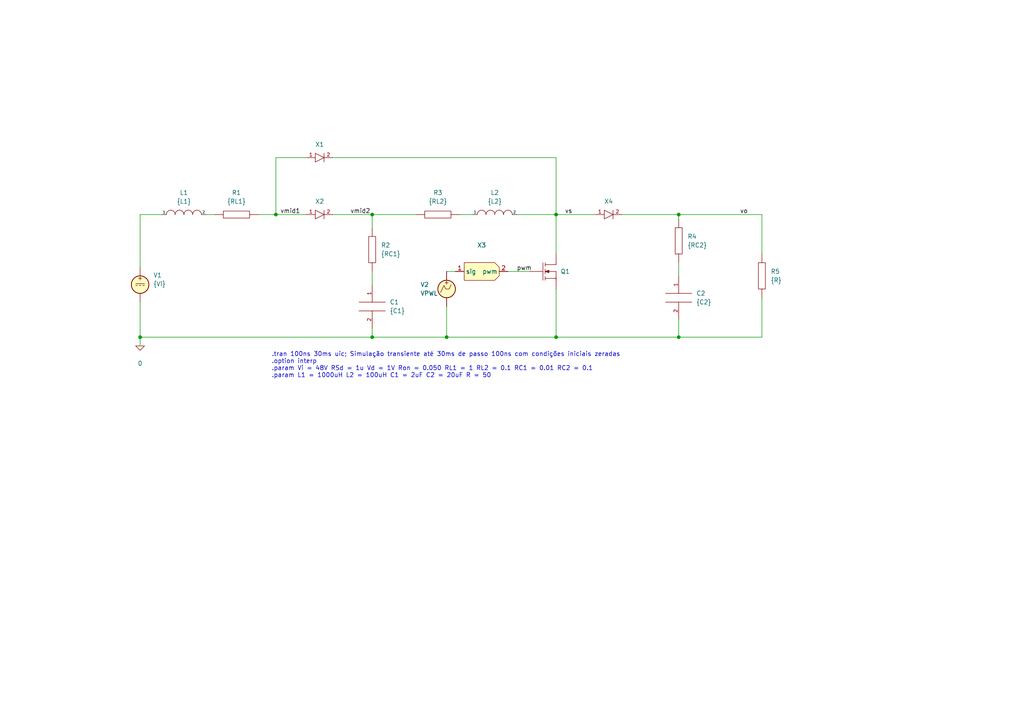
<source format=kicad_sch>
(kicad_sch (version 20211123) (generator eeschema)
  (paper "A4")
  (lib_symbols
    (symbol "Simulation_SPICE:VDC" (pin_numbers hide) (pin_names (offset 0.0254))
      (property "Reference" "V" (at 2.54 2.54 0))
      (property "Value" "VDC" (at 2.54 0 0))
      (property "Spice_Model" "dc(1)" (at 2.54 -2.54 0))
      (symbol "VDC_0_0"
        (polyline (pts (xy -1.27 0.254) (xy 1.27 0.254)))
        (polyline (pts (xy -0.762 -0.254) (xy -1.27 -0.254)))
        (polyline (pts (xy 0.254 -0.254) (xy -0.254 -0.254)))
        (polyline (pts (xy 1.27 -0.254) (xy 0.762 -0.254)))
        (text "+" (at 0 1.905 0) (effects (font (size 1.27 1.27))))
      )
      (symbol "VDC_0_1"
        (circle (center 0 0) (radius 2.54) (stroke (width 0.254)) (fill (type background)))
      )
      (symbol "VDC_1_1"
        (pin passive line (at 0 5.08 270) (length 2.54) (name "~") (number "1"))
        (pin passive line (at 0 -5.08 90) (length 2.54) (name "~") (number "2"))
      )
    )
    (symbol "Simulation_SPICE:VPWL" (pin_numbers hide) (pin_names (offset 0.0254))
      (property "Reference" "V" (at 2.54 2.54 0))
      (property "Value" "VPWL" (at 2.54 0 0))
      (property "Spice_Model" "pwl(0 -1 50n -1 51n 0 97n 1 171n -1 200n -1)" (at 2.54 -2.54 0))
      (symbol "VPWL_0_0"
        (polyline (pts (xy -1.778 -1.016) (xy -0.762 1.016) (xy -0.254 0) (xy 0.762 0) (xy 1.27 1.27)))
        (text "+" (at 0 1.905 0) (effects (font (size 1.27 1.27))))
      )
      (symbol "VPWL_0_1"
        (circle (center 0 0) (radius 2.54) (stroke (width 0.254)) (fill (type background)))
      )
      (symbol "VPWL_1_1"
        (pin passive line (at 0 5.08 270) (length 2.54) (name "~") (number "1"))
        (pin passive line (at 0 -5.08 90) (length 2.54) (name "~") (number "2"))
      )
    )
    (symbol "Spice_power_electronics:Ideal Diode" (in_bom no) (on_board no)
      (property "Reference" "X" (at -1.27 3.81 0))
      (property "Spice_Model" "IDIODE1 Vf=0 Rs=100u" (at 0 -3.81 0))
      (symbol "Ideal Diode_0_1"
        (polyline (pts (xy 1.27 1.27) (xy 1.27 -1.27)))
        (polyline (pts (xy 1.27 0) (xy -1.27 1.27) (xy -1.27 -1.27) (xy 1.27 0)))
      )
      (symbol "Ideal Diode_1_1"
        (pin passive line (at -3.81 0 0) (length 2.54) (name "") (number "1"))
        (pin passive line (at 3.81 0 180) (length 2.54) (name "") (number "2"))
      )
    )
    (symbol "Spice_power_electronics:N-channel MOSFET (Ideal)" (pin_numbers hide) (pin_names hide) (in_bom no) (on_board no)
      (property "Reference" "Q" (at 2.54 3.81 0))
      (property "Spice_Model" "INMOSFET rdson=20m vgsth=0.5" (at 17.78 -3.81 0))
      (symbol "N-channel MOSFET (Ideal)_0_1"
        (circle (center -0.0306 -2.0055) (radius 0.0982) (fill (type outline)))
        (polyline (pts (xy -3.81 -2.54) (xy -3.81 2.54)))
        (polyline (pts (xy -3.1786 -0.678) (xy -3.1786 0.6937)))
        (polyline (pts (xy -3.1739 2.5065) (xy -3.1739 1.5043)))
        (polyline (pts (xy -3.1188 -2.0028) (xy -0.0052 -2.0039)))
        (polyline (pts (xy 0.0044 1.9975) (xy -3.1167 1.9988)))
        (polyline (pts (xy -2.54 0) (xy 0 0) (xy 0 -2.54)))
        (polyline (pts (xy 0 2.54) (xy 0.001 2.0042) (xy 0 2.54)))
        (polyline (pts (xy -3.175 0) (xy -2.0786 0.3769) (xy -2.0783 -0.3666) (xy -3.175 0)) (fill (type outline)))
      )
      (symbol "N-channel MOSFET (Ideal)_1_1"
        (polyline (pts (xy -3.175 -2.54) (xy -3.1754 -1.4295)))
        (pin passive line (at 0 5.08 270) (length 2.54) (name "D") (number "1"))
        (pin passive line (at -7.62 0 0) (length 3.81) (name "G") (number "2"))
        (pin passive line (at 0 -5.08 90) (length 2.54) (name "S") (number "3"))
      )
    )
    (symbol "Spice_power_electronics:PWM3_FIXED" (in_bom no) (on_board no)
      (property "Reference" "X" (at 0 5.08 0))
      (property "Spice_Model" "PWM3FIXED freq=10kHz" (at 0 -5.08 0))
      (symbol "PWM3_FIXED_0_1"
        (polyline (pts (xy -5.08 2.54) (xy -5.08 -2.54) (xy 3.81 -2.54) (xy 5.08 -1.27) (xy 5.08 1.27) (xy 3.81 2.54) (xy -5.08 2.54)) (fill (type background)))
      )
      (symbol "PWM3_FIXED_1_1"
        (pin input line (at -7.62 0 0) (length 2.54) (name "sig") (number "1"))
        (pin output line (at 7.62 0 180) (length 2.54) (name "pwm") (number "2"))
      )
    )
    (symbol "pspice:0" (power) (pin_names (offset 0))
      (property "Value" "0" (at 0 -1.778 0))
      (symbol "0_0_1"
        (polyline (pts (xy -1.27 0) (xy 0 -1.27) (xy 1.27 0) (xy -1.27 0)))
      )
      (symbol "0_1_1"
        (pin power_in line (at 0 0 0) (length 0) hide (name "0") (number "1"))
      )
    )
    (symbol "pspice:CAP" (pin_names (offset 0.254))
      (property "Reference" "C" (at 2.54 3.81 90))
      (property "Value" "CAP" (at 2.54 -3.81 90))
      (symbol "CAP_0_1"
        (polyline (pts (xy -3.81 -1.27) (xy 3.81 -1.27)))
        (polyline (pts (xy -3.81 1.27) (xy 3.81 1.27)))
      )
      (symbol "CAP_1_1"
        (pin passive line (at 0 6.35 270) (length 5.08) (name "~") (number "1"))
        (pin passive line (at 0 -6.35 90) (length 5.08) (name "~") (number "2"))
      )
    )
    (symbol "pspice:INDUCTOR" (pin_numbers hide) (pin_names (offset 0))
      (property "Reference" "L" (at 0 2.54 0))
      (property "Value" "INDUCTOR" (at 0 -1.27 0))
      (symbol "INDUCTOR_0_1"
        (arc (start -2.54 0) (mid -3.81 1.27) (end -5.08 0))
        (arc (start 0 0) (mid -1.27 1.27) (end -2.54 0))
        (arc (start 2.54 0) (mid 1.27 1.27) (end 0 0))
        (arc (start 5.08 0) (mid 3.81 1.27) (end 2.54 0))
      )
      (symbol "INDUCTOR_1_1"
        (pin input line (at -6.35 0 0) (length 1.27) (name "1") (number "1"))
        (pin input line (at 6.35 0 180) (length 1.27) (name "2") (number "2"))
      )
    )
    (symbol "pspice:R" (pin_numbers hide) (pin_names (offset 0))
      (property "Reference" "R" (at 2.032 0 90))
      (property "Value" "R" (at 0 0 90))
      (symbol "R_0_1"
        (rectangle (start -1.016 3.81) (end 1.016 -3.81))
      )
      (symbol "R_1_1"
        (pin passive line (at 0 6.35 270) (length 2.54) (name "~") (number "1"))
        (pin passive line (at 0 -6.35 90) (length 2.54) (name "~") (number "2"))
      )
    )
  )
  (junction (at 107.95 97.79))
  (junction (at 40.64 97.79))
  (junction (at 161.29 97.79))
  (junction (at 196.85 97.79))
  (junction (at 107.95 62.23))
  (junction (at 80.01 62.23))
  (junction (at 196.85 62.23))
  (junction (at 161.29 62.23))
  (junction (at 129.54 97.79))
  (wire (pts (xy 129.54 88.9) (xy 129.54 97.79)))
  (wire (pts (xy 133.35 62.23) (xy 137.16 62.23)))
  (wire (pts (xy 161.29 62.23) (xy 161.29 73.66)))
  (wire (pts (xy 196.85 97.79) (xy 161.29 97.79)))
  (wire (pts (xy 107.95 78.74) (xy 107.95 82.55)))
  (wire (pts (xy 120.65 62.23) (xy 107.95 62.23)))
  (wire (pts (xy 129.54 97.79) (xy 161.29 97.79)))
  (wire (pts (xy 196.85 62.23) (xy 180.34 62.23)))
  (wire (pts (xy 132.08 78.74) (xy 129.54 78.74)))
  (wire (pts (xy 196.85 62.23) (xy 196.85 63.5)))
  (wire (pts (xy 107.95 97.79) (xy 129.54 97.79)))
  (wire (pts (xy 88.9 45.72) (xy 80.01 45.72)))
  (wire (pts (xy 80.01 45.72) (xy 80.01 62.23)))
  (wire (pts (xy 96.52 45.72) (xy 161.29 45.72)))
  (wire (pts (xy 59.69 62.23) (xy 62.23 62.23)))
  (wire (pts (xy 220.98 62.23) (xy 196.85 62.23)))
  (wire (pts (xy 220.98 97.79) (xy 196.85 97.79)))
  (wire (pts (xy 74.93 62.23) (xy 80.01 62.23)))
  (wire (pts (xy 40.64 62.23) (xy 40.64 77.47)))
  (wire (pts (xy 220.98 73.66) (xy 220.98 62.23)))
  (wire (pts (xy 196.85 92.71) (xy 196.85 97.79)))
  (wire (pts (xy 107.95 62.23) (xy 107.95 66.04)))
  (wire (pts (xy 161.29 45.72) (xy 161.29 62.23)))
  (wire (pts (xy 172.72 62.23) (xy 161.29 62.23)))
  (wire (pts (xy 96.52 62.23) (xy 107.95 62.23)))
  (wire (pts (xy 161.29 97.79) (xy 161.29 83.82)))
  (wire (pts (xy 46.99 62.23) (xy 40.64 62.23)))
  (wire (pts (xy 220.98 86.36) (xy 220.98 97.79)))
  (wire (pts (xy 40.64 97.79) (xy 107.95 97.79)))
  (wire (pts (xy 40.64 97.79) (xy 40.64 100.33)))
  (wire (pts (xy 196.85 76.2) (xy 196.85 80.01)))
  (wire (pts (xy 80.01 62.23) (xy 88.9 62.23)))
  (wire (pts (xy 40.64 87.63) (xy 40.64 97.79)))
  (wire (pts (xy 161.29 62.23) (xy 149.86 62.23)))
  (wire (pts (xy 147.32 78.74) (xy 153.67 78.74)))
  (wire (pts (xy 107.95 97.79) (xy 107.95 95.25)))
  (text ".tran 100ns 30ms uic; Simulação transiente até 30ms de passo 100ns com condições iniciais zeradas\n.option interp\n.param Vi = 48V RSd = 1u Vd = 1V Ron = 0.050 RL1 = 1 RL2 = 0.1 RC1 = 0.01 RC2 = 0.1\n.param L1 = 1000uH L2 = 100uH C1 = 2uF C2 = 20uF R = 50\n\n" (at 78.74 111.76 0) (effects (font (size 1.27 1.27)) (justify left bottom)))
  (label "vs" (at 163.83 62.23 0))
  (label "vo" (at 214.63 62.23 0))
  (label "vmid2" (at 101.6 62.23 0))
  (label "pwm" (at 149.86 78.74 0))
  (label "vmid1" (at 81.28 62.23 0))
  (symbol (lib_id "pspice:INDUCTOR") (at 53.34 62.23 0) (unit 1)
    (property "Reference" "L1" (at 53.34 55.88 0))
    (property "Value" "{L1}" (at 53.34 58.42 0))
  )
  (symbol (lib_id "Simulation_SPICE:VPWL") (at 129.54 83.82 0) (unit 1)
    (property "Reference" "V2" (at 121.92 82.55 0) (effects (justify left)))
    (property "Value" "VPWL" (at 121.92 85.09 0) (effects (justify left)))
    (property "Spice_Netlist_Enabled" "Y" (effects hide))
    (property "Spice_Primitive" "V" (effects hide))
    (property "Spice_Model" "pwl(0 0.55 14.999m 0.55 15m 0.56 30m 0.56)" (effects hide))
  )
  (symbol (lib_id "Spice_power_electronics:PWM3_FIXED") (at 139.7 78.74 0) (unit 1) (in_bom no) (on_board no)
    (property "Reference" "X3" (at 139.7 71.12 0))
    (property "Value" "PWM3_FIXED" (effects hide))
    (property "Spice_Primitive" "X" (effects hide))
    (property "Spice_Model" "PWM3FIXED freq=150kHz" (at 139.7 73.66 0))
    (property "Spice_Netlist_Enabled" "Y" (effects hide))
    (property "Spice_Lib_File" "$(KICAD_SIMULATION_LIB_DIR)/ngspice-lib/pwm_generator/pwm_generator.lib" (effects hide))
  )
  (symbol (lib_id "pspice:CAP") (at 196.85 86.36 0) (unit 1)
    (property "Reference" "C2" (at 201.93 85.0899 0) (effects (justify left)))
    (property "Value" "{C2}" (at 201.93 87.6299 0) (effects (justify left)))
  )
  (symbol (lib_id "pspice:R") (at 107.95 72.39 0) (unit 1)
    (property "Reference" "R2" (at 110.49 71.1199 0) (effects (justify left)))
    (property "Value" "{RC1}" (at 110.49 73.6599 0) (effects (justify left)))
  )
  (symbol (lib_id "Simulation_SPICE:VDC") (at 40.64 82.55 0) (mirror y) (unit 1)
    (property "Reference" "V1" (at 44.45 79.8201 0) (effects (justify right)))
    (property "Value" "VDC" (at 44.45 82.3601 0) (effects (justify right)))
    (property "Spice_Netlist_Enabled" "Y" (effects hide))
    (property "Spice_Primitive" "V" (effects hide))
    (property "Spice_Model" "dc({Vi})" (at 44.45 84.9001 0) (effects (justify right)))
  )
  (symbol (lib_id "pspice:CAP") (at 107.95 88.9 0) (unit 1)
    (property "Reference" "C1" (at 113.03 87.6299 0) (effects (justify left)))
    (property "Value" "{C1}" (at 113.03 90.1699 0) (effects (justify left)))
  )
  (symbol (lib_id "pspice:INDUCTOR") (at 143.51 62.23 0) (unit 1)
    (property "Reference" "L2" (at 143.51 55.88 0))
    (property "Value" "{L2}" (at 143.51 58.42 0))
  )
  (symbol (lib_id "pspice:R") (at 127 62.23 90) (unit 1)
    (property "Reference" "R3" (at 127 55.88 90))
    (property "Value" "{RL2}" (at 127 58.42 90))
  )
  (symbol (lib_id "Spice_power_electronics:Ideal Diode") (at 92.71 62.23 0) (unit 1) (in_bom no) (on_board no)
    (property "Reference" "X2" (at 92.71 58.42 0))
    (property "Value" "Ideal Diode" (effects hide))
    (property "Spice_Primitive" "X" (effects hide))
    (property "Spice_Model" "IDIODE1 Vf={Vd} Rs={RSd}" (effects hide))
    (property "Spice_Netlist_Enabled" "Y" (effects hide))
    (property "Spice_Lib_File" "$(KICAD_SIMULATION_LIB_DIR)/ngspice-lib/diode/ideal/idiode.lib" (effects hide))
  )
  (symbol (lib_id "pspice:0") (at 40.64 100.33 0) (unit 1)
    (property "Reference" "#GND01" (effects hide))
    (property "Value" "0" (at 40.64 105.41 0))
  )
  (symbol (lib_id "pspice:R") (at 196.85 69.85 0) (unit 1)
    (property "Reference" "R4" (at 199.39 68.5799 0) (effects (justify left)))
    (property "Value" "{RC2}" (at 199.39 71.1199 0) (effects (justify left)))
  )
  (symbol (lib_id "pspice:R") (at 220.98 80.01 0) (unit 1)
    (property "Reference" "R5" (at 223.52 78.7399 0) (effects (justify left)))
    (property "Value" "{R}" (at 223.52 81.2799 0) (effects (justify left)))
  )
  (symbol (lib_id "pspice:R") (at 68.58 62.23 90) (unit 1)
    (property "Reference" "R1" (at 68.58 55.88 90))
    (property "Value" "{RL1}" (at 68.58 58.42 90))
  )
  (symbol (lib_id "Spice_power_electronics:Ideal Diode") (at 92.71 45.72 0) (unit 1) (in_bom no) (on_board no)
    (property "Reference" "X1" (at 92.71 41.91 0))
    (property "Value" "Ideal Diode" (effects hide))
    (property "Spice_Primitive" "X" (effects hide))
    (property "Spice_Model" "IDIODE1 Vf={Vd} Rs={RSd}" (effects hide))
    (property "Spice_Netlist_Enabled" "Y" (effects hide))
    (property "Spice_Lib_File" "$(KICAD_SIMULATION_LIB_DIR)/ngspice-lib/diode/ideal/idiode.lib" (effects hide))
  )
  (symbol (lib_id "Spice_power_electronics:N-channel MOSFET (Ideal)") (at 161.29 78.74 0) (unit 1) (in_bom no) (on_board no)
    (property "Reference" "Q1" (at 162.56 78.7399 0) (effects (justify left)))
    (property "Value" "N-channel MOSFET (Ideal)" (effects hide))
    (property "Spice_Primitive" "X" (effects hide))
    (property "Spice_Model" "INMOSFET rdson={Ron} vgsth=0.5" (effects hide))
    (property "Spice_Netlist_Enabled" "Y" (effects hide))
    (property "Spice_Lib_File" "$(KICAD_SIMULATION_LIB_DIR)/ngspice-lib/switches/ideal_mosfet/INMOSFET.lib" (effects hide))
  )
  (symbol (lib_id "Spice_power_electronics:Ideal Diode") (at 176.53 62.23 0) (unit 1) (in_bom no) (on_board no)
    (property "Reference" "X4" (at 176.53 58.42 0))
    (property "Value" "Ideal Diode" (effects hide))
    (property "Spice_Primitive" "X" (effects hide))
    (property "Spice_Model" "IDIODE1 Vf={Vd} Rs={RSd}" (effects hide))
    (property "Spice_Netlist_Enabled" "Y" (effects hide))
    (property "Spice_Lib_File" "$(KICAD_SIMULATION_LIB_DIR)/ngspice-lib/diode/ideal/idiode.lib" (effects hide))
  )
)
</source>
